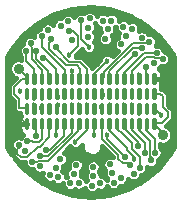
<source format=gtl>
G75*
G70*
%OFA0B0*%
%FSLAX24Y24*%
%IPPOS*%
%LPD*%
%AMOC8*
5,1,8,0,0,1.08239X$1,22.5*
%
%ADD10C,0.0218*%
%ADD11C,0.0135*%
%ADD12C,0.0179*%
%ADD13C,0.0160*%
%ADD14C,0.0050*%
%ADD15C,0.0360*%
D10*
X003203Y003351D03*
X002953Y003491D03*
X003203Y003685D03*
X003426Y003908D03*
X003887Y003580D03*
X003729Y003308D03*
X003538Y003054D03*
X003816Y002985D03*
X004216Y002785D03*
X004503Y002789D03*
X004335Y003079D03*
X004417Y003383D03*
X004980Y003330D03*
X004980Y003015D03*
X005216Y002778D03*
X004941Y002700D03*
X005663Y002805D03*
X005909Y002953D03*
X005619Y003120D03*
X005538Y003424D03*
X006052Y003659D03*
X006210Y003386D03*
X006333Y003094D03*
X006532Y003300D03*
X006906Y003546D03*
X007045Y003797D03*
X006711Y003797D03*
X006488Y004020D03*
X006737Y006646D03*
X007010Y006803D03*
X007302Y006927D03*
X007096Y007126D03*
X006850Y007499D03*
X006600Y007639D03*
X006600Y007304D03*
X006377Y007082D03*
X005916Y007410D03*
X006073Y007682D03*
X006265Y007935D03*
X005987Y008005D03*
X005587Y008205D03*
X005300Y008200D03*
X005467Y007911D03*
X005386Y007607D03*
X004823Y007660D03*
X004823Y007975D03*
X004586Y008211D03*
X004862Y008290D03*
X004140Y008185D03*
X003894Y008037D03*
X004183Y007870D03*
X004265Y007566D03*
X003750Y007331D03*
X003593Y007604D03*
X003470Y007896D03*
X003270Y007690D03*
X002897Y007444D03*
X002758Y007193D03*
X003092Y007193D03*
X003315Y006970D03*
X003065Y004344D03*
X002793Y004187D03*
X002500Y004063D03*
X002706Y003864D03*
D11*
X002767Y004614D02*
X002783Y004614D01*
X002767Y004614D02*
X002767Y004880D01*
X002783Y004880D01*
X002783Y004614D01*
X002783Y004748D02*
X002767Y004748D01*
X003017Y004614D02*
X003033Y004614D01*
X003017Y004614D02*
X003017Y004880D01*
X003033Y004880D01*
X003033Y004614D01*
X003033Y004748D02*
X003017Y004748D01*
X003267Y004614D02*
X003283Y004614D01*
X003267Y004614D02*
X003267Y004880D01*
X003283Y004880D01*
X003283Y004614D01*
X003283Y004748D02*
X003267Y004748D01*
X003517Y004614D02*
X003533Y004614D01*
X003517Y004614D02*
X003517Y004880D01*
X003533Y004880D01*
X003533Y004614D01*
X003533Y004748D02*
X003517Y004748D01*
X003767Y004614D02*
X003783Y004614D01*
X003767Y004614D02*
X003767Y004880D01*
X003783Y004880D01*
X003783Y004614D01*
X003783Y004748D02*
X003767Y004748D01*
X004017Y004614D02*
X004033Y004614D01*
X004017Y004614D02*
X004017Y004880D01*
X004033Y004880D01*
X004033Y004614D01*
X004033Y004748D02*
X004017Y004748D01*
X004267Y004614D02*
X004283Y004614D01*
X004267Y004614D02*
X004267Y004880D01*
X004283Y004880D01*
X004283Y004614D01*
X004283Y004748D02*
X004267Y004748D01*
X004517Y004614D02*
X004533Y004614D01*
X004517Y004614D02*
X004517Y004880D01*
X004533Y004880D01*
X004533Y004614D01*
X004533Y004748D02*
X004517Y004748D01*
X004767Y004614D02*
X004783Y004614D01*
X004767Y004614D02*
X004767Y004880D01*
X004783Y004880D01*
X004783Y004614D01*
X004783Y004748D02*
X004767Y004748D01*
X005017Y004614D02*
X005033Y004614D01*
X005017Y004614D02*
X005017Y004880D01*
X005033Y004880D01*
X005033Y004614D01*
X005033Y004748D02*
X005017Y004748D01*
X005267Y004614D02*
X005283Y004614D01*
X005267Y004614D02*
X005267Y004880D01*
X005283Y004880D01*
X005283Y004614D01*
X005283Y004748D02*
X005267Y004748D01*
X005517Y004614D02*
X005533Y004614D01*
X005517Y004614D02*
X005517Y004880D01*
X005533Y004880D01*
X005533Y004614D01*
X005533Y004748D02*
X005517Y004748D01*
X005767Y004614D02*
X005783Y004614D01*
X005767Y004614D02*
X005767Y004880D01*
X005783Y004880D01*
X005783Y004614D01*
X005783Y004748D02*
X005767Y004748D01*
X006017Y004614D02*
X006033Y004614D01*
X006017Y004614D02*
X006017Y004880D01*
X006033Y004880D01*
X006033Y004614D01*
X006033Y004748D02*
X006017Y004748D01*
X006267Y004614D02*
X006283Y004614D01*
X006267Y004614D02*
X006267Y004880D01*
X006283Y004880D01*
X006283Y004614D01*
X006283Y004748D02*
X006267Y004748D01*
X006517Y004614D02*
X006533Y004614D01*
X006517Y004614D02*
X006517Y004880D01*
X006533Y004880D01*
X006533Y004614D01*
X006533Y004748D02*
X006517Y004748D01*
X006767Y004614D02*
X006783Y004614D01*
X006767Y004614D02*
X006767Y004880D01*
X006783Y004880D01*
X006783Y004614D01*
X006783Y004748D02*
X006767Y004748D01*
X007017Y004614D02*
X007033Y004614D01*
X007017Y004614D02*
X007017Y004880D01*
X007033Y004880D01*
X007033Y004614D01*
X007033Y004748D02*
X007017Y004748D01*
X007033Y005114D02*
X007017Y005114D01*
X007017Y005380D01*
X007033Y005380D01*
X007033Y005114D01*
X007033Y005248D02*
X007017Y005248D01*
X006783Y005114D02*
X006767Y005114D01*
X006767Y005380D01*
X006783Y005380D01*
X006783Y005114D01*
X006783Y005248D02*
X006767Y005248D01*
X006533Y005114D02*
X006517Y005114D01*
X006517Y005380D01*
X006533Y005380D01*
X006533Y005114D01*
X006533Y005248D02*
X006517Y005248D01*
X006283Y005114D02*
X006267Y005114D01*
X006267Y005380D01*
X006283Y005380D01*
X006283Y005114D01*
X006283Y005248D02*
X006267Y005248D01*
X006033Y005114D02*
X006017Y005114D01*
X006017Y005380D01*
X006033Y005380D01*
X006033Y005114D01*
X006033Y005248D02*
X006017Y005248D01*
X005783Y005114D02*
X005767Y005114D01*
X005767Y005380D01*
X005783Y005380D01*
X005783Y005114D01*
X005783Y005248D02*
X005767Y005248D01*
X005533Y005114D02*
X005517Y005114D01*
X005517Y005380D01*
X005533Y005380D01*
X005533Y005114D01*
X005533Y005248D02*
X005517Y005248D01*
X005283Y005114D02*
X005267Y005114D01*
X005267Y005380D01*
X005283Y005380D01*
X005283Y005114D01*
X005283Y005248D02*
X005267Y005248D01*
X005033Y005114D02*
X005017Y005114D01*
X005017Y005380D01*
X005033Y005380D01*
X005033Y005114D01*
X005033Y005248D02*
X005017Y005248D01*
X004783Y005114D02*
X004767Y005114D01*
X004767Y005380D01*
X004783Y005380D01*
X004783Y005114D01*
X004783Y005248D02*
X004767Y005248D01*
X004533Y005114D02*
X004517Y005114D01*
X004517Y005380D01*
X004533Y005380D01*
X004533Y005114D01*
X004533Y005248D02*
X004517Y005248D01*
X004283Y005114D02*
X004267Y005114D01*
X004267Y005380D01*
X004283Y005380D01*
X004283Y005114D01*
X004283Y005248D02*
X004267Y005248D01*
X004033Y005114D02*
X004017Y005114D01*
X004017Y005380D01*
X004033Y005380D01*
X004033Y005114D01*
X004033Y005248D02*
X004017Y005248D01*
X003783Y005114D02*
X003767Y005114D01*
X003767Y005380D01*
X003783Y005380D01*
X003783Y005114D01*
X003783Y005248D02*
X003767Y005248D01*
X003533Y005114D02*
X003517Y005114D01*
X003517Y005380D01*
X003533Y005380D01*
X003533Y005114D01*
X003533Y005248D02*
X003517Y005248D01*
X003283Y005114D02*
X003267Y005114D01*
X003267Y005380D01*
X003283Y005380D01*
X003283Y005114D01*
X003283Y005248D02*
X003267Y005248D01*
X003033Y005114D02*
X003017Y005114D01*
X003017Y005380D01*
X003033Y005380D01*
X003033Y005114D01*
X003033Y005248D02*
X003017Y005248D01*
X002783Y005114D02*
X002767Y005114D01*
X002767Y005380D01*
X002783Y005380D01*
X002783Y005114D01*
X002783Y005248D02*
X002767Y005248D01*
X002783Y005638D02*
X002767Y005638D01*
X002767Y005904D01*
X002783Y005904D01*
X002783Y005638D01*
X002783Y005772D02*
X002767Y005772D01*
X003017Y005638D02*
X003033Y005638D01*
X003017Y005638D02*
X003017Y005904D01*
X003033Y005904D01*
X003033Y005638D01*
X003033Y005772D02*
X003017Y005772D01*
X003267Y005638D02*
X003283Y005638D01*
X003267Y005638D02*
X003267Y005904D01*
X003283Y005904D01*
X003283Y005638D01*
X003283Y005772D02*
X003267Y005772D01*
X003517Y005638D02*
X003533Y005638D01*
X003517Y005638D02*
X003517Y005904D01*
X003533Y005904D01*
X003533Y005638D01*
X003533Y005772D02*
X003517Y005772D01*
X003767Y005638D02*
X003783Y005638D01*
X003767Y005638D02*
X003767Y005904D01*
X003783Y005904D01*
X003783Y005638D01*
X003783Y005772D02*
X003767Y005772D01*
X004017Y005638D02*
X004033Y005638D01*
X004017Y005638D02*
X004017Y005904D01*
X004033Y005904D01*
X004033Y005638D01*
X004033Y005772D02*
X004017Y005772D01*
X004267Y005638D02*
X004283Y005638D01*
X004267Y005638D02*
X004267Y005904D01*
X004283Y005904D01*
X004283Y005638D01*
X004283Y005772D02*
X004267Y005772D01*
X004517Y005638D02*
X004533Y005638D01*
X004517Y005638D02*
X004517Y005904D01*
X004533Y005904D01*
X004533Y005638D01*
X004533Y005772D02*
X004517Y005772D01*
X004767Y005638D02*
X004783Y005638D01*
X004767Y005638D02*
X004767Y005904D01*
X004783Y005904D01*
X004783Y005638D01*
X004783Y005772D02*
X004767Y005772D01*
X005017Y005638D02*
X005033Y005638D01*
X005017Y005638D02*
X005017Y005904D01*
X005033Y005904D01*
X005033Y005638D01*
X005033Y005772D02*
X005017Y005772D01*
X005267Y005638D02*
X005283Y005638D01*
X005267Y005638D02*
X005267Y005904D01*
X005283Y005904D01*
X005283Y005638D01*
X005283Y005772D02*
X005267Y005772D01*
X005517Y005638D02*
X005533Y005638D01*
X005517Y005638D02*
X005517Y005904D01*
X005533Y005904D01*
X005533Y005638D01*
X005533Y005772D02*
X005517Y005772D01*
X005767Y005638D02*
X005783Y005638D01*
X005767Y005638D02*
X005767Y005904D01*
X005783Y005904D01*
X005783Y005638D01*
X005783Y005772D02*
X005767Y005772D01*
X006017Y005638D02*
X006033Y005638D01*
X006017Y005638D02*
X006017Y005904D01*
X006033Y005904D01*
X006033Y005638D01*
X006033Y005772D02*
X006017Y005772D01*
X006267Y005638D02*
X006283Y005638D01*
X006267Y005638D02*
X006267Y005904D01*
X006283Y005904D01*
X006283Y005638D01*
X006283Y005772D02*
X006267Y005772D01*
X006517Y005638D02*
X006533Y005638D01*
X006517Y005638D02*
X006517Y005904D01*
X006533Y005904D01*
X006533Y005638D01*
X006533Y005772D02*
X006517Y005772D01*
X006767Y005638D02*
X006783Y005638D01*
X006767Y005638D02*
X006767Y005904D01*
X006783Y005904D01*
X006783Y005638D01*
X006783Y005772D02*
X006767Y005772D01*
X007017Y005638D02*
X007033Y005638D01*
X007017Y005638D02*
X007017Y005904D01*
X007033Y005904D01*
X007033Y005638D01*
X007033Y005772D02*
X007017Y005772D01*
X007033Y006138D02*
X007017Y006138D01*
X007017Y006404D01*
X007033Y006404D01*
X007033Y006138D01*
X007033Y006272D02*
X007017Y006272D01*
X006783Y006138D02*
X006767Y006138D01*
X006767Y006404D01*
X006783Y006404D01*
X006783Y006138D01*
X006783Y006272D02*
X006767Y006272D01*
X006533Y006138D02*
X006517Y006138D01*
X006517Y006404D01*
X006533Y006404D01*
X006533Y006138D01*
X006533Y006272D02*
X006517Y006272D01*
X006283Y006138D02*
X006267Y006138D01*
X006267Y006404D01*
X006283Y006404D01*
X006283Y006138D01*
X006283Y006272D02*
X006267Y006272D01*
X006033Y006138D02*
X006017Y006138D01*
X006017Y006404D01*
X006033Y006404D01*
X006033Y006138D01*
X006033Y006272D02*
X006017Y006272D01*
X005783Y006138D02*
X005767Y006138D01*
X005767Y006404D01*
X005783Y006404D01*
X005783Y006138D01*
X005783Y006272D02*
X005767Y006272D01*
X005533Y006138D02*
X005517Y006138D01*
X005517Y006404D01*
X005533Y006404D01*
X005533Y006138D01*
X005533Y006272D02*
X005517Y006272D01*
X005283Y006138D02*
X005267Y006138D01*
X005267Y006404D01*
X005283Y006404D01*
X005283Y006138D01*
X005283Y006272D02*
X005267Y006272D01*
X005033Y006138D02*
X005017Y006138D01*
X005017Y006404D01*
X005033Y006404D01*
X005033Y006138D01*
X005033Y006272D02*
X005017Y006272D01*
X004783Y006138D02*
X004767Y006138D01*
X004767Y006404D01*
X004783Y006404D01*
X004783Y006138D01*
X004783Y006272D02*
X004767Y006272D01*
X004533Y006138D02*
X004517Y006138D01*
X004517Y006404D01*
X004533Y006404D01*
X004533Y006138D01*
X004533Y006272D02*
X004517Y006272D01*
X004283Y006138D02*
X004267Y006138D01*
X004267Y006404D01*
X004283Y006404D01*
X004283Y006138D01*
X004283Y006272D02*
X004267Y006272D01*
X004033Y006138D02*
X004017Y006138D01*
X004017Y006404D01*
X004033Y006404D01*
X004033Y006138D01*
X004033Y006272D02*
X004017Y006272D01*
X003783Y006138D02*
X003767Y006138D01*
X003767Y006404D01*
X003783Y006404D01*
X003783Y006138D01*
X003783Y006272D02*
X003767Y006272D01*
X003533Y006138D02*
X003517Y006138D01*
X003517Y006404D01*
X003533Y006404D01*
X003533Y006138D01*
X003533Y006272D02*
X003517Y006272D01*
X003283Y006138D02*
X003267Y006138D01*
X003267Y006404D01*
X003283Y006404D01*
X003283Y006138D01*
X003283Y006272D02*
X003267Y006272D01*
X003033Y006138D02*
X003017Y006138D01*
X003017Y006404D01*
X003033Y006404D01*
X003033Y006138D01*
X003033Y006272D02*
X003017Y006272D01*
X002783Y006138D02*
X002767Y006138D01*
X002767Y006404D01*
X002783Y006404D01*
X002783Y006138D01*
X002783Y006272D02*
X002767Y006272D01*
D12*
X002560Y005871D03*
X003012Y005613D03*
X003012Y005377D03*
X003248Y005298D03*
X003523Y005337D03*
X003523Y005652D03*
X003287Y005613D03*
X003799Y005652D03*
X004035Y005652D03*
X004271Y005652D03*
X004508Y005652D03*
X004508Y005377D03*
X004271Y005377D03*
X004035Y005337D03*
X003799Y005377D03*
X004783Y005377D03*
X005019Y005337D03*
X005256Y005337D03*
X005531Y005377D03*
X005768Y005337D03*
X006004Y005377D03*
X006004Y005652D03*
X005768Y005652D03*
X005531Y005692D03*
X005295Y005731D03*
X005019Y005771D03*
X004783Y005849D03*
X004271Y006519D03*
X004892Y006742D03*
X005453Y006873D03*
X004832Y007336D03*
X004193Y007070D03*
X006279Y005652D03*
X006516Y005652D03*
X006791Y005652D03*
X006791Y005337D03*
X006516Y005141D03*
X006279Y005377D03*
X007242Y005059D03*
X007242Y006082D03*
X006516Y006400D03*
X005453Y004393D03*
X005019Y004393D03*
X004390Y004156D03*
X004852Y003722D03*
X003760Y004393D03*
X002560Y004947D03*
X006358Y003605D03*
D13*
X003308Y002959D02*
X003030Y002959D01*
X003128Y002877D02*
X002646Y003279D01*
X002377Y003612D01*
X002413Y003576D01*
X002510Y003479D01*
X002704Y003479D01*
X002704Y003441D01*
X002742Y003349D01*
X002812Y003279D01*
X002903Y003242D01*
X002979Y003242D01*
X002992Y003210D01*
X003062Y003140D01*
X003154Y003102D01*
X003253Y003102D01*
X003295Y003120D01*
X003289Y003104D01*
X003289Y003005D01*
X003327Y002913D01*
X003397Y002843D01*
X003488Y002805D01*
X003587Y002805D01*
X003627Y002822D01*
X003675Y002774D01*
X003766Y002736D01*
X003865Y002736D01*
X003957Y002774D01*
X003967Y002784D01*
X003967Y002735D01*
X004005Y002644D01*
X004075Y002574D01*
X004166Y002536D01*
X004265Y002536D01*
X004357Y002574D01*
X004362Y002578D01*
X004453Y002540D01*
X004552Y002540D01*
X004644Y002578D01*
X004699Y002633D01*
X004730Y002559D01*
X004800Y002489D01*
X004891Y002451D01*
X004990Y002451D01*
X005082Y002489D01*
X005136Y002542D01*
X005167Y002529D01*
X005266Y002529D01*
X005357Y002567D01*
X005427Y002637D01*
X005445Y002680D01*
X005452Y002664D01*
X005522Y002594D01*
X005613Y002556D01*
X005712Y002556D01*
X005804Y002594D01*
X005874Y002664D01*
X005890Y002703D01*
X005958Y002703D01*
X006050Y002741D01*
X006120Y002811D01*
X006158Y002903D01*
X006158Y002917D01*
X006192Y002883D01*
X006284Y002845D01*
X006383Y002845D01*
X006474Y002883D01*
X006544Y002953D01*
X006582Y003044D01*
X006582Y003051D01*
X006673Y003089D01*
X006744Y003159D01*
X006781Y003250D01*
X006781Y003328D01*
X006856Y003297D01*
X006955Y003297D01*
X007047Y003335D01*
X007117Y003405D01*
X007155Y003497D01*
X007155Y003573D01*
X007186Y003586D01*
X007256Y003656D01*
X007294Y003747D01*
X007294Y003846D01*
X007256Y003938D01*
X007210Y003984D01*
X007210Y004086D01*
X007238Y004075D01*
X007365Y004075D01*
X007483Y004124D01*
X007573Y004214D01*
X007621Y004331D01*
X007621Y004459D01*
X007573Y004576D01*
X007483Y004666D01*
X007401Y004700D01*
X007427Y004727D01*
X007627Y004927D01*
X007627Y005224D01*
X007530Y005321D01*
X007467Y005385D01*
X007467Y005763D01*
X007370Y005860D01*
X007294Y005936D01*
X007240Y005936D01*
X007240Y005989D01*
X007235Y005995D01*
X007252Y006021D01*
X007271Y006066D01*
X007280Y006114D01*
X007280Y006271D01*
X007280Y006427D01*
X007271Y006475D01*
X007252Y006520D01*
X007225Y006561D01*
X007191Y006595D01*
X007169Y006610D01*
X007221Y006662D01*
X007231Y006687D01*
X007253Y006678D01*
X007352Y006678D01*
X007444Y006716D01*
X007514Y006786D01*
X007552Y006877D01*
X007552Y006976D01*
X007514Y007068D01*
X007444Y007138D01*
X007352Y007176D01*
X007345Y007176D01*
X007308Y007267D01*
X007238Y007337D01*
X007146Y007375D01*
X007068Y007375D01*
X007099Y007450D01*
X007099Y007549D01*
X007061Y007640D01*
X006991Y007710D01*
X006900Y007748D01*
X006824Y007748D01*
X006811Y007780D01*
X006741Y007850D01*
X006649Y007888D01*
X006550Y007888D01*
X006507Y007870D01*
X006514Y007886D01*
X006514Y007985D01*
X006476Y008077D01*
X006406Y008147D01*
X006314Y008184D01*
X006215Y008184D01*
X006176Y008168D01*
X006128Y008216D01*
X006036Y008254D01*
X005937Y008254D01*
X005846Y008216D01*
X005836Y008206D01*
X005836Y008255D01*
X005798Y008346D01*
X005728Y008416D01*
X005636Y008454D01*
X005537Y008454D01*
X005446Y008416D01*
X005441Y008412D01*
X005350Y008450D01*
X005251Y008450D01*
X005159Y008412D01*
X005104Y008357D01*
X005073Y008431D01*
X005003Y008501D01*
X004912Y008539D01*
X004812Y008539D01*
X004721Y008501D01*
X004667Y008448D01*
X004636Y008461D01*
X004537Y008461D01*
X004445Y008423D01*
X004375Y008353D01*
X004358Y008310D01*
X004351Y008326D01*
X004281Y008396D01*
X004189Y008434D01*
X004090Y008434D01*
X003999Y008396D01*
X003929Y008326D01*
X003912Y008286D01*
X003845Y008286D01*
X003753Y008249D01*
X003683Y008178D01*
X003645Y008087D01*
X003645Y008073D01*
X003611Y008107D01*
X003519Y008145D01*
X003420Y008145D01*
X003329Y008107D01*
X003258Y008037D01*
X003221Y007946D01*
X003221Y007939D01*
X003129Y007901D01*
X003059Y007831D01*
X003021Y007740D01*
X003021Y007662D01*
X002947Y007693D01*
X002847Y007693D01*
X002756Y007655D01*
X002686Y007585D01*
X002648Y007493D01*
X002648Y007417D01*
X002617Y007404D01*
X002547Y007334D01*
X002509Y007243D01*
X002509Y007144D01*
X002547Y007052D01*
X002593Y007006D01*
X002593Y006904D01*
X002565Y006915D01*
X002438Y006915D01*
X002320Y006866D01*
X002230Y006776D01*
X002181Y006659D01*
X002181Y006531D01*
X002230Y006414D01*
X002320Y006324D01*
X002402Y006290D01*
X002272Y006160D01*
X002176Y006063D01*
X002176Y005687D01*
X002336Y005527D01*
X002336Y005227D01*
X002433Y005130D01*
X002560Y005130D01*
X002560Y005028D01*
X002566Y005023D01*
X002549Y004997D01*
X002530Y004952D01*
X002520Y004904D01*
X002520Y004747D01*
X002775Y004747D01*
X002775Y004747D01*
X002520Y004747D01*
X002520Y004590D01*
X002530Y004542D01*
X002549Y004497D01*
X002576Y004457D01*
X002610Y004422D01*
X002650Y004396D01*
X002582Y004328D01*
X002571Y004303D01*
X002550Y004312D01*
X002451Y004312D01*
X002359Y004274D01*
X002289Y004204D01*
X002251Y004113D01*
X002251Y004014D01*
X002289Y003922D01*
X002295Y003916D01*
X002295Y003714D01*
X002252Y003768D01*
X002116Y004000D01*
X002116Y006990D01*
X002252Y007222D01*
X002646Y007711D01*
X003128Y008113D01*
X003681Y008412D01*
X004282Y008595D01*
X004907Y008656D01*
X005531Y008593D01*
X006131Y008407D01*
X006683Y008107D01*
X007164Y007704D01*
X007556Y007213D01*
X007686Y006989D01*
X007686Y004001D01*
X007556Y003777D01*
X007164Y003286D01*
X006683Y002883D01*
X006131Y002582D01*
X005531Y002397D01*
X004907Y002334D01*
X004282Y002395D01*
X003681Y002578D01*
X003128Y002877D01*
X003270Y002800D02*
X003648Y002800D01*
X003563Y002642D02*
X004006Y002642D01*
X003991Y002483D02*
X004812Y002483D01*
X005070Y002483D02*
X005811Y002483D01*
X005852Y002642D02*
X006241Y002642D01*
X006109Y002800D02*
X006532Y002800D01*
X006547Y002959D02*
X006774Y002959D01*
X006702Y003117D02*
X006963Y003117D01*
X006781Y003276D02*
X007152Y003276D01*
X007129Y003434D02*
X007283Y003434D01*
X007193Y003593D02*
X007409Y003593D01*
X007294Y003751D02*
X007536Y003751D01*
X007634Y003910D02*
X007268Y003910D01*
X007210Y004068D02*
X007686Y004068D01*
X007686Y004227D02*
X007578Y004227D01*
X007621Y004385D02*
X007686Y004385D01*
X007686Y004544D02*
X007586Y004544D01*
X007686Y004702D02*
X007403Y004702D01*
X007562Y004861D02*
X007686Y004861D01*
X007686Y005019D02*
X007627Y005019D01*
X007627Y005178D02*
X007686Y005178D01*
X007686Y005336D02*
X007515Y005336D01*
X007467Y005495D02*
X007686Y005495D01*
X007686Y005653D02*
X007467Y005653D01*
X007418Y005812D02*
X007686Y005812D01*
X007686Y005970D02*
X007240Y005970D01*
X007280Y006129D02*
X007686Y006129D01*
X007686Y006287D02*
X007280Y006287D01*
X007280Y006271D02*
X007025Y006271D01*
X007025Y006271D01*
X007280Y006271D01*
X007277Y006446D02*
X007686Y006446D01*
X007686Y006604D02*
X007177Y006604D01*
X007491Y006763D02*
X007686Y006763D01*
X007686Y006921D02*
X007552Y006921D01*
X007501Y007080D02*
X007634Y007080D01*
X007536Y007238D02*
X007319Y007238D01*
X007409Y007397D02*
X007077Y007397D01*
X007096Y007555D02*
X007283Y007555D01*
X007152Y007714D02*
X006983Y007714D01*
X006963Y007872D02*
X006686Y007872D01*
X006513Y007872D02*
X006508Y007872D01*
X006495Y008031D02*
X006774Y008031D01*
X006532Y008189D02*
X006155Y008189D01*
X006241Y008348D02*
X005796Y008348D01*
X005811Y008506D02*
X004991Y008506D01*
X004733Y008506D02*
X003991Y008506D01*
X003951Y008348D02*
X003563Y008348D01*
X003694Y008189D02*
X003270Y008189D01*
X003256Y008031D02*
X003030Y008031D01*
X003101Y007872D02*
X002839Y007872D01*
X003021Y007714D02*
X002649Y007714D01*
X002674Y007555D02*
X002520Y007555D01*
X002609Y007397D02*
X002393Y007397D01*
X002509Y007238D02*
X002265Y007238D01*
X002169Y007080D02*
X002535Y007080D01*
X002593Y006921D02*
X002116Y006921D01*
X002116Y006763D02*
X002225Y006763D01*
X002181Y006604D02*
X002116Y006604D01*
X002116Y006446D02*
X002217Y006446D01*
X002116Y006287D02*
X002400Y006287D01*
X002241Y006129D02*
X002116Y006129D01*
X002116Y005970D02*
X002176Y005970D01*
X002176Y005812D02*
X002116Y005812D01*
X002116Y005653D02*
X002209Y005653D01*
X002116Y005495D02*
X002336Y005495D01*
X002336Y005336D02*
X002116Y005336D01*
X002116Y005178D02*
X002385Y005178D01*
X002564Y005019D02*
X002116Y005019D01*
X002116Y004861D02*
X002520Y004861D01*
X002520Y004702D02*
X002116Y004702D01*
X002116Y004544D02*
X002530Y004544D01*
X002639Y004385D02*
X002116Y004385D01*
X002116Y004227D02*
X002312Y004227D01*
X002251Y004068D02*
X002116Y004068D01*
X002169Y003910D02*
X002295Y003910D01*
X002295Y003751D02*
X002265Y003751D01*
X002393Y003593D02*
X002397Y003593D01*
X002520Y003434D02*
X002706Y003434D01*
X002649Y003276D02*
X002820Y003276D01*
X002839Y003117D02*
X003117Y003117D01*
X003289Y003117D02*
X003294Y003117D01*
X003953Y003198D02*
X003978Y003258D01*
X003978Y003349D01*
X004028Y003369D01*
X004098Y003439D01*
X004136Y003531D01*
X004136Y003630D01*
X004098Y003721D01*
X004028Y003791D01*
X003996Y003805D01*
X004206Y004015D01*
X004295Y003927D01*
X004485Y003927D01*
X004603Y004045D01*
X004603Y003952D01*
X004654Y003828D01*
X004749Y003733D01*
X004874Y003682D01*
X005008Y003682D01*
X005132Y003733D01*
X005227Y003828D01*
X005279Y003952D01*
X005279Y004018D01*
X005642Y003655D01*
X005642Y003650D01*
X005587Y003673D01*
X005488Y003673D01*
X005397Y003635D01*
X005327Y003565D01*
X005289Y003473D01*
X005289Y003374D01*
X005327Y003283D01*
X005391Y003219D01*
X005370Y003169D01*
X005370Y003070D01*
X005408Y002978D01*
X005448Y002938D01*
X005434Y002904D01*
X005427Y002920D01*
X005357Y002990D01*
X005266Y003027D01*
X005229Y003027D01*
X005229Y003064D01*
X005191Y003156D01*
X005175Y003172D01*
X005191Y003189D01*
X005229Y003280D01*
X005229Y003379D01*
X005191Y003471D01*
X005121Y003541D01*
X005030Y003579D01*
X004931Y003579D01*
X004839Y003541D01*
X004769Y003471D01*
X004731Y003379D01*
X004731Y003280D01*
X004769Y003189D01*
X004785Y003172D01*
X004769Y003156D01*
X004731Y003064D01*
X004731Y002965D01*
X004767Y002878D01*
X004745Y002856D01*
X004714Y002931D01*
X004644Y003001D01*
X004583Y003026D01*
X004585Y003029D01*
X004585Y003128D01*
X004564Y003178D01*
X004628Y003242D01*
X004666Y003333D01*
X004666Y003433D01*
X004628Y003524D01*
X004558Y003594D01*
X004467Y003632D01*
X004367Y003632D01*
X004276Y003594D01*
X004206Y003524D01*
X004168Y003433D01*
X004168Y003333D01*
X004188Y003284D01*
X004124Y003220D01*
X004086Y003128D01*
X004086Y003029D01*
X004097Y003005D01*
X004075Y002996D01*
X004065Y002986D01*
X004065Y003034D01*
X004027Y003126D01*
X003957Y003196D01*
X003953Y003198D01*
X003978Y003276D02*
X004180Y003276D01*
X004169Y003434D02*
X004093Y003434D01*
X004136Y003593D02*
X004275Y003593D01*
X004068Y003751D02*
X004731Y003751D01*
X004620Y003910D02*
X004101Y003910D01*
X004559Y003593D02*
X005355Y003593D01*
X005545Y003751D02*
X005150Y003751D01*
X005261Y003910D02*
X005387Y003910D01*
X005289Y003434D02*
X005206Y003434D01*
X005227Y003276D02*
X005333Y003276D01*
X005370Y003117D02*
X005207Y003117D01*
X005388Y002959D02*
X005428Y002959D01*
X005429Y002642D02*
X005474Y002642D01*
X004734Y002959D02*
X004685Y002959D01*
X004753Y003117D02*
X004585Y003117D01*
X004642Y003276D02*
X004733Y003276D01*
X004754Y003434D02*
X004665Y003434D01*
X004086Y003117D02*
X004031Y003117D01*
X004948Y006611D02*
X004948Y006666D01*
X004852Y006763D01*
X004615Y006999D01*
X004422Y006999D01*
X004422Y007066D01*
X004603Y007246D01*
X004603Y007241D01*
X004737Y007107D01*
X004927Y007107D01*
X005061Y007241D01*
X005061Y007431D01*
X005003Y007489D01*
X005034Y007519D01*
X005072Y007611D01*
X005072Y007710D01*
X005034Y007801D01*
X005017Y007818D01*
X005034Y007834D01*
X005072Y007926D01*
X005072Y008025D01*
X005036Y008112D01*
X005058Y008134D01*
X005089Y008059D01*
X005159Y007989D01*
X005220Y007964D01*
X005218Y007961D01*
X005218Y007862D01*
X005239Y007812D01*
X005175Y007748D01*
X005137Y007656D01*
X005137Y007557D01*
X005175Y007466D01*
X005245Y007396D01*
X005336Y007358D01*
X005435Y007358D01*
X005527Y007396D01*
X005597Y007466D01*
X005635Y007557D01*
X005635Y007656D01*
X005614Y007706D01*
X005678Y007770D01*
X005716Y007862D01*
X005716Y007961D01*
X005706Y007985D01*
X005728Y007994D01*
X005738Y008004D01*
X005738Y007955D01*
X005776Y007864D01*
X005846Y007794D01*
X005849Y007792D01*
X005824Y007732D01*
X005824Y007641D01*
X005775Y007621D01*
X005705Y007551D01*
X005667Y007459D01*
X005667Y007360D01*
X005705Y007269D01*
X005775Y007198D01*
X005807Y007185D01*
X005636Y007014D01*
X005548Y007102D01*
X005358Y007102D01*
X005223Y006968D01*
X005223Y006877D01*
X004957Y006611D01*
X004948Y006611D01*
X004851Y006763D02*
X005109Y006763D01*
X005223Y006921D02*
X004693Y006921D01*
X004437Y007080D02*
X005335Y007080D01*
X005570Y007080D02*
X005702Y007080D01*
X005735Y007238D02*
X005059Y007238D01*
X005061Y007397D02*
X005243Y007397D01*
X005137Y007555D02*
X005049Y007555D01*
X005070Y007714D02*
X005161Y007714D01*
X005218Y007872D02*
X005050Y007872D01*
X005069Y008031D02*
X005117Y008031D01*
X005622Y007714D02*
X005824Y007714D01*
X005710Y007555D02*
X005634Y007555D01*
X005667Y007397D02*
X005528Y007397D01*
X005716Y007872D02*
X005772Y007872D01*
X004605Y007238D02*
X004595Y007238D01*
X004373Y008348D02*
X004329Y008348D01*
D14*
X004586Y008211D02*
X004586Y007582D01*
X004832Y007336D01*
X004468Y007345D02*
X004468Y007700D01*
X004298Y007870D01*
X004183Y007870D01*
X004468Y007345D02*
X004193Y007070D01*
X004193Y006834D02*
X004547Y006834D01*
X004783Y006597D01*
X004783Y006278D01*
X004775Y006271D01*
X004547Y006292D02*
X004525Y006271D01*
X004547Y006292D02*
X004547Y006597D01*
X004429Y006715D01*
X004075Y006715D01*
X003523Y007267D01*
X003523Y007463D01*
X003593Y007533D01*
X003593Y007604D01*
X003750Y007331D02*
X003750Y007276D01*
X004193Y006834D01*
X004035Y006558D02*
X004035Y006280D01*
X004025Y006271D01*
X004271Y006274D02*
X004271Y006519D01*
X004035Y006558D02*
X003270Y007323D01*
X003270Y007690D01*
X002897Y007342D02*
X002933Y007306D01*
X002933Y006912D01*
X003287Y006558D01*
X003287Y006282D01*
X003275Y006271D01*
X003484Y006312D02*
X003484Y006519D01*
X003092Y006911D01*
X003092Y007193D01*
X002897Y007342D02*
X002897Y007444D01*
X002758Y007193D02*
X002758Y006851D01*
X003012Y006597D01*
X003012Y006284D01*
X003025Y006271D01*
X002801Y006395D02*
X002701Y006395D01*
X002501Y006595D01*
X002775Y006369D02*
X002801Y006395D01*
X002775Y006369D02*
X002775Y006271D01*
X002616Y006271D01*
X002341Y005995D01*
X002341Y005756D01*
X002501Y005595D01*
X002501Y005295D01*
X002727Y005295D01*
X002775Y005247D01*
X003014Y005298D02*
X003025Y005247D01*
X003014Y005298D02*
X003012Y005377D01*
X003012Y005613D02*
X003051Y005652D01*
X003051Y005849D01*
X003025Y005824D01*
X003025Y005771D01*
X003275Y005771D02*
X003287Y005759D01*
X003287Y005613D01*
X003523Y005652D02*
X003563Y005733D01*
X003525Y005771D01*
X003775Y005771D02*
X003775Y005629D01*
X003760Y005613D01*
X003799Y005652D02*
X003799Y005747D01*
X003775Y005771D01*
X004025Y005771D02*
X004035Y005761D01*
X004035Y005652D01*
X004271Y005652D02*
X004275Y005692D01*
X004275Y005771D01*
X004508Y005753D02*
X004508Y005652D01*
X004508Y005753D02*
X004525Y005771D01*
X004775Y005771D02*
X004783Y005778D01*
X004783Y005849D01*
X005019Y005776D02*
X005025Y005771D01*
X005019Y005771D02*
X005019Y005776D01*
X005275Y005771D02*
X005295Y005790D01*
X005295Y005731D01*
X005525Y005771D02*
X005531Y005765D01*
X005531Y005692D01*
X005768Y005652D02*
X005768Y005763D01*
X005775Y005771D01*
X006004Y005652D02*
X006025Y005670D01*
X006025Y005771D01*
X006275Y005771D02*
X006275Y005656D01*
X006279Y005652D01*
X006516Y005652D02*
X006565Y005662D01*
X006525Y005771D01*
X006775Y005771D02*
X006791Y005755D01*
X006791Y005652D01*
X006791Y005337D02*
X006752Y005271D01*
X006775Y005247D01*
X006525Y005247D02*
X006525Y005367D01*
X006516Y005141D01*
X006275Y005247D02*
X006279Y005322D01*
X006279Y005377D01*
X006025Y005247D02*
X006004Y005269D01*
X006004Y005377D01*
X005768Y005337D02*
X005768Y005255D01*
X005775Y005247D01*
X005525Y005247D02*
X005531Y005320D01*
X005531Y005377D01*
X005256Y005337D02*
X005256Y005267D01*
X005275Y005247D01*
X005025Y005247D02*
X005019Y005253D01*
X005019Y005337D01*
X004783Y005377D02*
X004744Y005318D01*
X004775Y005247D01*
X004525Y005247D02*
X004508Y005265D01*
X004508Y005377D01*
X004271Y005377D02*
X004232Y005290D01*
X004275Y005247D01*
X004035Y005257D02*
X004025Y005247D01*
X004035Y005257D02*
X004035Y005337D01*
X003799Y005349D02*
X003775Y005247D01*
X003799Y005349D02*
X003799Y005377D01*
X003523Y005337D02*
X003484Y005288D01*
X003525Y005247D01*
X003275Y005247D02*
X003248Y005274D01*
X003248Y005298D01*
X003275Y004747D02*
X003287Y004735D01*
X003287Y004274D01*
X003169Y004156D01*
X002972Y004156D01*
X002942Y004187D01*
X002793Y004187D01*
X003065Y004344D02*
X003065Y004707D01*
X003025Y004747D01*
X002775Y004747D02*
X002560Y004947D01*
X002500Y004063D02*
X002500Y003960D01*
X002460Y003920D01*
X002460Y003763D01*
X002579Y003645D01*
X002775Y003645D01*
X003130Y003999D01*
X003208Y003999D01*
X003523Y004314D01*
X003523Y004745D01*
X003525Y004747D01*
X003760Y004731D02*
X003775Y004747D01*
X003760Y004731D02*
X003760Y004393D01*
X003996Y004353D02*
X003996Y004717D01*
X004025Y004747D01*
X004275Y004747D02*
X004275Y004475D01*
X003484Y003684D01*
X003205Y003684D01*
X003203Y003685D01*
X003327Y003526D02*
X003484Y003526D01*
X004468Y004511D01*
X004468Y004690D01*
X004525Y004747D01*
X004744Y004715D02*
X004783Y004550D01*
X004390Y004156D01*
X003996Y004353D02*
X003551Y003908D01*
X003426Y003908D01*
X003327Y003526D02*
X002953Y003491D01*
X004744Y004715D02*
X004775Y004747D01*
X005025Y004747D02*
X005025Y004399D01*
X005019Y004393D01*
X005275Y004255D02*
X005807Y003723D01*
X005807Y003605D01*
X005964Y003448D01*
X006148Y003448D01*
X006210Y003386D01*
X006358Y003605D02*
X006358Y003645D01*
X006122Y003881D01*
X006122Y003960D01*
X005525Y004556D01*
X005525Y004747D01*
X005768Y004739D02*
X005768Y004589D01*
X005964Y004432D01*
X006279Y004117D01*
X006279Y003920D01*
X006532Y003667D01*
X006532Y003300D01*
X006906Y003546D02*
X006906Y003648D01*
X006870Y003684D01*
X006870Y004196D01*
X006516Y004550D01*
X006516Y004737D01*
X006525Y004747D01*
X006752Y004723D02*
X006752Y004550D01*
X007045Y004257D01*
X007045Y003797D01*
X006711Y003797D02*
X006711Y003840D01*
X006712Y003841D01*
X006712Y004117D01*
X006279Y004550D01*
X006279Y004743D01*
X006275Y004747D01*
X006043Y004729D02*
X006043Y004589D01*
X006488Y004144D01*
X006488Y004020D01*
X006052Y003659D02*
X005453Y004259D01*
X005453Y004393D01*
X005275Y004255D02*
X005275Y004747D01*
X005768Y004739D02*
X005775Y004747D01*
X006025Y004747D02*
X006043Y004729D01*
X006752Y004723D02*
X006775Y004747D01*
X007025Y004747D02*
X007301Y004471D01*
X007301Y004395D01*
X007025Y004747D02*
X007073Y004795D01*
X007262Y004795D01*
X007462Y004995D01*
X007462Y005156D01*
X007301Y005316D01*
X007301Y005695D01*
X007226Y005771D01*
X007025Y005771D01*
X007230Y006071D02*
X007242Y006082D01*
X006775Y006271D02*
X006737Y006309D01*
X006737Y006646D01*
X006516Y006400D02*
X006516Y006241D01*
X006525Y006271D01*
X006279Y006274D02*
X006279Y006519D01*
X006752Y006991D01*
X006909Y006991D01*
X007145Y006952D01*
X007277Y006952D01*
X007302Y006927D01*
X007096Y007126D02*
X007080Y007109D01*
X006673Y007109D01*
X006025Y006461D01*
X006025Y006271D01*
X006275Y006271D02*
X006279Y006274D01*
X005775Y006271D02*
X005775Y006480D01*
X006377Y007082D01*
X006319Y007306D02*
X006598Y007306D01*
X006600Y007304D01*
X006712Y007463D02*
X006319Y007463D01*
X005334Y006479D01*
X005334Y006330D01*
X005275Y006271D01*
X005025Y006271D02*
X005019Y006276D01*
X005019Y006440D01*
X005453Y006873D01*
X005525Y006513D02*
X006319Y007306D01*
X006712Y007463D02*
X006748Y007499D01*
X006850Y007499D01*
X005525Y006513D02*
X005525Y006271D01*
X004275Y006271D02*
X004271Y006274D01*
X003775Y006271D02*
X003760Y006286D01*
X003760Y006597D01*
X003387Y006970D01*
X003315Y006970D01*
X003484Y006312D02*
X003525Y006271D01*
X007025Y005247D02*
X007037Y005259D01*
X007242Y005059D01*
D15*
X007601Y005495D03*
X007301Y004395D03*
X002501Y006595D03*
X002201Y005495D03*
M02*

</source>
